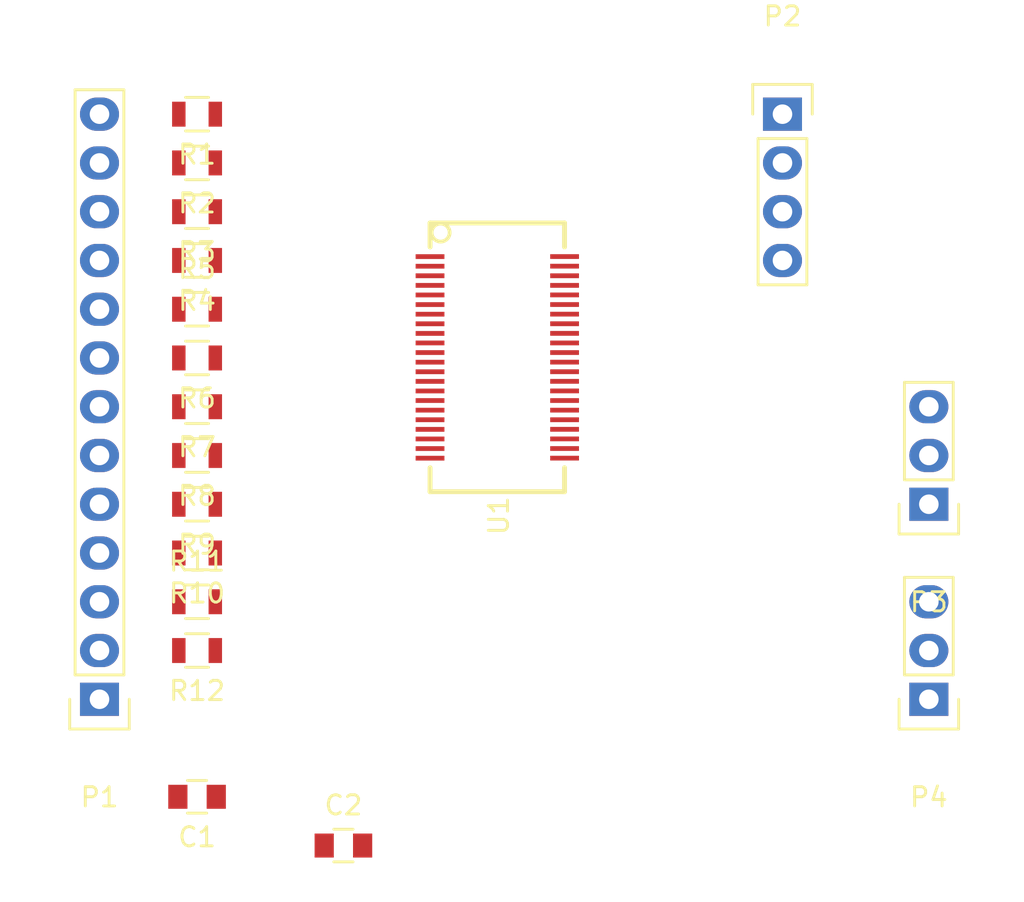
<source format=kicad_pcb>
(kicad_pcb (version 4) (host pcbnew 4.0.4-stable)

  (general
    (links 58)
    (no_connects 58)
    (area 172.619999 70.585 223.086667 114.935)
    (thickness 1.6)
    (drawings 1)
    (tracks 0)
    (zones 0)
    (modules 19)
    (nets 34)
  )

  (page A4)
  (layers
    (0 F.Cu signal)
    (31 B.Cu signal)
    (32 B.Adhes user)
    (33 F.Adhes user)
    (34 B.Paste user)
    (35 F.Paste user)
    (36 B.SilkS user)
    (37 F.SilkS user)
    (38 B.Mask user)
    (39 F.Mask user)
    (40 Dwgs.User user)
    (41 Cmts.User user)
    (42 Eco1.User user)
    (43 Eco2.User user)
    (44 Edge.Cuts user)
    (45 Margin user)
    (46 B.CrtYd user)
    (47 F.CrtYd user)
    (48 B.Fab user)
    (49 F.Fab user)
  )

  (setup
    (last_trace_width 0.25)
    (trace_clearance 0.2)
    (zone_clearance 0.508)
    (zone_45_only no)
    (trace_min 0.2)
    (segment_width 0.2)
    (edge_width 0.1)
    (via_size 0.6)
    (via_drill 0.4)
    (via_min_size 0.4)
    (via_min_drill 0.3)
    (uvia_size 0.3)
    (uvia_drill 0.1)
    (uvias_allowed no)
    (uvia_min_size 0.2)
    (uvia_min_drill 0.1)
    (pcb_text_width 0.3)
    (pcb_text_size 1.5 1.5)
    (mod_edge_width 0.15)
    (mod_text_size 1 1)
    (mod_text_width 0.15)
    (pad_size 1.5 1.5)
    (pad_drill 0.6)
    (pad_to_mask_clearance 0)
    (aux_axis_origin 0 0)
    (visible_elements FFFCEF7F)
    (pcbplotparams
      (layerselection 0x00030_80000001)
      (usegerberextensions false)
      (excludeedgelayer true)
      (linewidth 0.100000)
      (plotframeref false)
      (viasonmask false)
      (mode 1)
      (useauxorigin false)
      (hpglpennumber 1)
      (hpglpenspeed 20)
      (hpglpendiameter 15)
      (hpglpenoverlay 2)
      (psnegative false)
      (psa4output false)
      (plotreference true)
      (plotvalue true)
      (plotinvisibletext false)
      (padsonsilk false)
      (subtractmaskfromsilk false)
      (outputformat 1)
      (mirror false)
      (drillshape 1)
      (scaleselection 1)
      (outputdirectory ""))
  )

  (net 0 "")
  (net 1 /Vref)
  (net 2 GND)
  (net 3 "Net-(C2-Pad1)")
  (net 4 "Net-(P1-Pad2)")
  (net 5 "Net-(P1-Pad3)")
  (net 6 "Net-(P1-Pad4)")
  (net 7 "Net-(P1-Pad5)")
  (net 8 "Net-(P1-Pad6)")
  (net 9 "Net-(P1-Pad7)")
  (net 10 "Net-(P1-Pad8)")
  (net 11 "Net-(P1-Pad9)")
  (net 12 "Net-(P1-Pad10)")
  (net 13 "Net-(P1-Pad11)")
  (net 14 "Net-(P1-Pad12)")
  (net 15 "Net-(P1-Pad13)")
  (net 16 "Net-(P2-Pad1)")
  (net 17 "Net-(P2-Pad2)")
  (net 18 "Net-(P2-Pad3)")
  (net 19 "Net-(P2-Pad4)")
  (net 20 /Vtemp1)
  (net 21 /Vtemp2)
  (net 22 "Net-(R1-Pad1)")
  (net 23 "Net-(R2-Pad1)")
  (net 24 "Net-(R3-Pad1)")
  (net 25 "Net-(R4-Pad1)")
  (net 26 "Net-(R5-Pad1)")
  (net 27 "Net-(R6-Pad1)")
  (net 28 "Net-(R7-Pad1)")
  (net 29 "Net-(R8-Pad1)")
  (net 30 "Net-(R9-Pad1)")
  (net 31 "Net-(R10-Pad1)")
  (net 32 "Net-(R11-Pad1)")
  (net 33 "Net-(R12-Pad1)")

  (net_class Default "This is the default net class."
    (clearance 0.2)
    (trace_width 0.25)
    (via_dia 0.6)
    (via_drill 0.4)
    (uvia_dia 0.3)
    (uvia_drill 0.1)
    (add_net /Vref)
    (add_net /Vtemp1)
    (add_net /Vtemp2)
    (add_net GND)
    (add_net "Net-(C2-Pad1)")
    (add_net "Net-(P1-Pad10)")
    (add_net "Net-(P1-Pad11)")
    (add_net "Net-(P1-Pad12)")
    (add_net "Net-(P1-Pad13)")
    (add_net "Net-(P1-Pad2)")
    (add_net "Net-(P1-Pad3)")
    (add_net "Net-(P1-Pad4)")
    (add_net "Net-(P1-Pad5)")
    (add_net "Net-(P1-Pad6)")
    (add_net "Net-(P1-Pad7)")
    (add_net "Net-(P1-Pad8)")
    (add_net "Net-(P1-Pad9)")
    (add_net "Net-(P2-Pad1)")
    (add_net "Net-(P2-Pad2)")
    (add_net "Net-(P2-Pad3)")
    (add_net "Net-(P2-Pad4)")
    (add_net "Net-(R1-Pad1)")
    (add_net "Net-(R10-Pad1)")
    (add_net "Net-(R11-Pad1)")
    (add_net "Net-(R12-Pad1)")
    (add_net "Net-(R2-Pad1)")
    (add_net "Net-(R3-Pad1)")
    (add_net "Net-(R4-Pad1)")
    (add_net "Net-(R5-Pad1)")
    (add_net "Net-(R6-Pad1)")
    (add_net "Net-(R7-Pad1)")
    (add_net "Net-(R8-Pad1)")
    (add_net "Net-(R9-Pad1)")
  )

  (module Capacitors_SMD:C_0805 (layer F.Cu) (tedit 5415D6EA) (tstamp 585710CD)
    (at 182.88 109.22 180)
    (descr "Capacitor SMD 0805, reflow soldering, AVX (see smccp.pdf)")
    (tags "capacitor 0805")
    (path /58572608)
    (attr smd)
    (fp_text reference C1 (at 0 -2.1 180) (layer F.SilkS)
      (effects (font (size 1 1) (thickness 0.15)))
    )
    (fp_text value C (at 0 2.1 180) (layer F.Fab)
      (effects (font (size 1 1) (thickness 0.15)))
    )
    (fp_line (start -1 0.625) (end -1 -0.625) (layer F.Fab) (width 0.15))
    (fp_line (start 1 0.625) (end -1 0.625) (layer F.Fab) (width 0.15))
    (fp_line (start 1 -0.625) (end 1 0.625) (layer F.Fab) (width 0.15))
    (fp_line (start -1 -0.625) (end 1 -0.625) (layer F.Fab) (width 0.15))
    (fp_line (start -1.8 -1) (end 1.8 -1) (layer F.CrtYd) (width 0.05))
    (fp_line (start -1.8 1) (end 1.8 1) (layer F.CrtYd) (width 0.05))
    (fp_line (start -1.8 -1) (end -1.8 1) (layer F.CrtYd) (width 0.05))
    (fp_line (start 1.8 -1) (end 1.8 1) (layer F.CrtYd) (width 0.05))
    (fp_line (start 0.5 -0.85) (end -0.5 -0.85) (layer F.SilkS) (width 0.15))
    (fp_line (start -0.5 0.85) (end 0.5 0.85) (layer F.SilkS) (width 0.15))
    (pad 1 smd rect (at -1 0 180) (size 1 1.25) (layers F.Cu F.Paste F.Mask)
      (net 1 /Vref))
    (pad 2 smd rect (at 1 0 180) (size 1 1.25) (layers F.Cu F.Paste F.Mask)
      (net 2 GND))
    (model Capacitors_SMD.3dshapes/C_0805.wrl
      (at (xyz 0 0 0))
      (scale (xyz 1 1 1))
      (rotate (xyz 0 0 0))
    )
  )

  (module Capacitors_SMD:C_0805 (layer F.Cu) (tedit 5415D6EA) (tstamp 585710D3)
    (at 190.5 111.76)
    (descr "Capacitor SMD 0805, reflow soldering, AVX (see smccp.pdf)")
    (tags "capacitor 0805")
    (path /585724B7)
    (attr smd)
    (fp_text reference C2 (at 0 -2.1) (layer F.SilkS)
      (effects (font (size 1 1) (thickness 0.15)))
    )
    (fp_text value C (at 0 2.1) (layer F.Fab)
      (effects (font (size 1 1) (thickness 0.15)))
    )
    (fp_line (start -1 0.625) (end -1 -0.625) (layer F.Fab) (width 0.15))
    (fp_line (start 1 0.625) (end -1 0.625) (layer F.Fab) (width 0.15))
    (fp_line (start 1 -0.625) (end 1 0.625) (layer F.Fab) (width 0.15))
    (fp_line (start -1 -0.625) (end 1 -0.625) (layer F.Fab) (width 0.15))
    (fp_line (start -1.8 -1) (end 1.8 -1) (layer F.CrtYd) (width 0.05))
    (fp_line (start -1.8 1) (end 1.8 1) (layer F.CrtYd) (width 0.05))
    (fp_line (start -1.8 -1) (end -1.8 1) (layer F.CrtYd) (width 0.05))
    (fp_line (start 1.8 -1) (end 1.8 1) (layer F.CrtYd) (width 0.05))
    (fp_line (start 0.5 -0.85) (end -0.5 -0.85) (layer F.SilkS) (width 0.15))
    (fp_line (start -0.5 0.85) (end 0.5 0.85) (layer F.SilkS) (width 0.15))
    (pad 1 smd rect (at -1 0) (size 1 1.25) (layers F.Cu F.Paste F.Mask)
      (net 3 "Net-(C2-Pad1)"))
    (pad 2 smd rect (at 1 0) (size 1 1.25) (layers F.Cu F.Paste F.Mask)
      (net 2 GND))
    (model Capacitors_SMD.3dshapes/C_0805.wrl
      (at (xyz 0 0 0))
      (scale (xyz 1 1 1))
      (rotate (xyz 0 0 0))
    )
  )

  (module Pin_Headers:Pin_Header_Straight_1x13 (layer F.Cu) (tedit 0) (tstamp 585710E4)
    (at 177.8 104.14 180)
    (descr "Through hole pin header")
    (tags "pin header")
    (path /5857107C)
    (fp_text reference P1 (at 0 -5.1 180) (layer F.SilkS)
      (effects (font (size 1 1) (thickness 0.15)))
    )
    (fp_text value CONN_01X13 (at 0 -3.1 180) (layer F.Fab)
      (effects (font (size 1 1) (thickness 0.15)))
    )
    (fp_line (start -1.75 -1.75) (end -1.75 32.25) (layer F.CrtYd) (width 0.05))
    (fp_line (start 1.75 -1.75) (end 1.75 32.25) (layer F.CrtYd) (width 0.05))
    (fp_line (start -1.75 -1.75) (end 1.75 -1.75) (layer F.CrtYd) (width 0.05))
    (fp_line (start -1.75 32.25) (end 1.75 32.25) (layer F.CrtYd) (width 0.05))
    (fp_line (start -1.27 1.27) (end -1.27 31.75) (layer F.SilkS) (width 0.15))
    (fp_line (start -1.27 31.75) (end 1.27 31.75) (layer F.SilkS) (width 0.15))
    (fp_line (start 1.27 31.75) (end 1.27 1.27) (layer F.SilkS) (width 0.15))
    (fp_line (start 1.55 -1.55) (end 1.55 0) (layer F.SilkS) (width 0.15))
    (fp_line (start 1.27 1.27) (end -1.27 1.27) (layer F.SilkS) (width 0.15))
    (fp_line (start -1.55 0) (end -1.55 -1.55) (layer F.SilkS) (width 0.15))
    (fp_line (start -1.55 -1.55) (end 1.55 -1.55) (layer F.SilkS) (width 0.15))
    (pad 1 thru_hole rect (at 0 0 180) (size 2.032 1.7272) (drill 1.016) (layers *.Cu *.Mask)
      (net 2 GND))
    (pad 2 thru_hole oval (at 0 2.54 180) (size 2.032 1.7272) (drill 1.016) (layers *.Cu *.Mask)
      (net 4 "Net-(P1-Pad2)"))
    (pad 3 thru_hole oval (at 0 5.08 180) (size 2.032 1.7272) (drill 1.016) (layers *.Cu *.Mask)
      (net 5 "Net-(P1-Pad3)"))
    (pad 4 thru_hole oval (at 0 7.62 180) (size 2.032 1.7272) (drill 1.016) (layers *.Cu *.Mask)
      (net 6 "Net-(P1-Pad4)"))
    (pad 5 thru_hole oval (at 0 10.16 180) (size 2.032 1.7272) (drill 1.016) (layers *.Cu *.Mask)
      (net 7 "Net-(P1-Pad5)"))
    (pad 6 thru_hole oval (at 0 12.7 180) (size 2.032 1.7272) (drill 1.016) (layers *.Cu *.Mask)
      (net 8 "Net-(P1-Pad6)"))
    (pad 7 thru_hole oval (at 0 15.24 180) (size 2.032 1.7272) (drill 1.016) (layers *.Cu *.Mask)
      (net 9 "Net-(P1-Pad7)"))
    (pad 8 thru_hole oval (at 0 17.78 180) (size 2.032 1.7272) (drill 1.016) (layers *.Cu *.Mask)
      (net 10 "Net-(P1-Pad8)"))
    (pad 9 thru_hole oval (at 0 20.32 180) (size 2.032 1.7272) (drill 1.016) (layers *.Cu *.Mask)
      (net 11 "Net-(P1-Pad9)"))
    (pad 10 thru_hole oval (at 0 22.86 180) (size 2.032 1.7272) (drill 1.016) (layers *.Cu *.Mask)
      (net 12 "Net-(P1-Pad10)"))
    (pad 11 thru_hole oval (at 0 25.4 180) (size 2.032 1.7272) (drill 1.016) (layers *.Cu *.Mask)
      (net 13 "Net-(P1-Pad11)"))
    (pad 12 thru_hole oval (at 0 27.94 180) (size 2.032 1.7272) (drill 1.016) (layers *.Cu *.Mask)
      (net 14 "Net-(P1-Pad12)"))
    (pad 13 thru_hole oval (at 0 30.48 180) (size 2.032 1.7272) (drill 1.016) (layers *.Cu *.Mask)
      (net 15 "Net-(P1-Pad13)"))
    (model Pin_Headers.3dshapes/Pin_Header_Straight_1x13.wrl
      (at (xyz 0 -0.6 0))
      (scale (xyz 1 1 1))
      (rotate (xyz 0 0 90))
    )
  )

  (module Pin_Headers:Pin_Header_Straight_1x04 (layer F.Cu) (tedit 0) (tstamp 585710EC)
    (at 213.36 73.66)
    (descr "Through hole pin header")
    (tags "pin header")
    (path /5857469C)
    (fp_text reference P2 (at 0 -5.1) (layer F.SilkS)
      (effects (font (size 1 1) (thickness 0.15)))
    )
    (fp_text value CONN_01X04 (at 0 -3.1) (layer F.Fab)
      (effects (font (size 1 1) (thickness 0.15)))
    )
    (fp_line (start -1.75 -1.75) (end -1.75 9.4) (layer F.CrtYd) (width 0.05))
    (fp_line (start 1.75 -1.75) (end 1.75 9.4) (layer F.CrtYd) (width 0.05))
    (fp_line (start -1.75 -1.75) (end 1.75 -1.75) (layer F.CrtYd) (width 0.05))
    (fp_line (start -1.75 9.4) (end 1.75 9.4) (layer F.CrtYd) (width 0.05))
    (fp_line (start -1.27 1.27) (end -1.27 8.89) (layer F.SilkS) (width 0.15))
    (fp_line (start 1.27 1.27) (end 1.27 8.89) (layer F.SilkS) (width 0.15))
    (fp_line (start 1.55 -1.55) (end 1.55 0) (layer F.SilkS) (width 0.15))
    (fp_line (start -1.27 8.89) (end 1.27 8.89) (layer F.SilkS) (width 0.15))
    (fp_line (start 1.27 1.27) (end -1.27 1.27) (layer F.SilkS) (width 0.15))
    (fp_line (start -1.55 0) (end -1.55 -1.55) (layer F.SilkS) (width 0.15))
    (fp_line (start -1.55 -1.55) (end 1.55 -1.55) (layer F.SilkS) (width 0.15))
    (pad 1 thru_hole rect (at 0 0) (size 2.032 1.7272) (drill 1.016) (layers *.Cu *.Mask)
      (net 16 "Net-(P2-Pad1)"))
    (pad 2 thru_hole oval (at 0 2.54) (size 2.032 1.7272) (drill 1.016) (layers *.Cu *.Mask)
      (net 17 "Net-(P2-Pad2)"))
    (pad 3 thru_hole oval (at 0 5.08) (size 2.032 1.7272) (drill 1.016) (layers *.Cu *.Mask)
      (net 18 "Net-(P2-Pad3)"))
    (pad 4 thru_hole oval (at 0 7.62) (size 2.032 1.7272) (drill 1.016) (layers *.Cu *.Mask)
      (net 19 "Net-(P2-Pad4)"))
    (model Pin_Headers.3dshapes/Pin_Header_Straight_1x04.wrl
      (at (xyz 0 -0.15 0))
      (scale (xyz 1 1 1))
      (rotate (xyz 0 0 90))
    )
  )

  (module Pin_Headers:Pin_Header_Straight_1x03 (layer F.Cu) (tedit 0) (tstamp 585710F3)
    (at 220.98 93.98 180)
    (descr "Through hole pin header")
    (tags "pin header")
    (path /58573CF0)
    (fp_text reference P3 (at 0 -5.1 180) (layer F.SilkS)
      (effects (font (size 1 1) (thickness 0.15)))
    )
    (fp_text value CONN_01X03 (at 0 -3.1 180) (layer F.Fab)
      (effects (font (size 1 1) (thickness 0.15)))
    )
    (fp_line (start -1.75 -1.75) (end -1.75 6.85) (layer F.CrtYd) (width 0.05))
    (fp_line (start 1.75 -1.75) (end 1.75 6.85) (layer F.CrtYd) (width 0.05))
    (fp_line (start -1.75 -1.75) (end 1.75 -1.75) (layer F.CrtYd) (width 0.05))
    (fp_line (start -1.75 6.85) (end 1.75 6.85) (layer F.CrtYd) (width 0.05))
    (fp_line (start -1.27 1.27) (end -1.27 6.35) (layer F.SilkS) (width 0.15))
    (fp_line (start -1.27 6.35) (end 1.27 6.35) (layer F.SilkS) (width 0.15))
    (fp_line (start 1.27 6.35) (end 1.27 1.27) (layer F.SilkS) (width 0.15))
    (fp_line (start 1.55 -1.55) (end 1.55 0) (layer F.SilkS) (width 0.15))
    (fp_line (start 1.27 1.27) (end -1.27 1.27) (layer F.SilkS) (width 0.15))
    (fp_line (start -1.55 0) (end -1.55 -1.55) (layer F.SilkS) (width 0.15))
    (fp_line (start -1.55 -1.55) (end 1.55 -1.55) (layer F.SilkS) (width 0.15))
    (pad 1 thru_hole rect (at 0 0 180) (size 2.032 1.7272) (drill 1.016) (layers *.Cu *.Mask)
      (net 2 GND))
    (pad 2 thru_hole oval (at 0 2.54 180) (size 2.032 1.7272) (drill 1.016) (layers *.Cu *.Mask)
      (net 1 /Vref))
    (pad 3 thru_hole oval (at 0 5.08 180) (size 2.032 1.7272) (drill 1.016) (layers *.Cu *.Mask)
      (net 20 /Vtemp1))
    (model Pin_Headers.3dshapes/Pin_Header_Straight_1x03.wrl
      (at (xyz 0 -0.1 0))
      (scale (xyz 1 1 1))
      (rotate (xyz 0 0 90))
    )
  )

  (module Pin_Headers:Pin_Header_Straight_1x03 (layer F.Cu) (tedit 0) (tstamp 585710FA)
    (at 220.98 104.14 180)
    (descr "Through hole pin header")
    (tags "pin header")
    (path /58573072)
    (fp_text reference P4 (at 0 -5.1 180) (layer F.SilkS)
      (effects (font (size 1 1) (thickness 0.15)))
    )
    (fp_text value CONN_01X03 (at 0 -3.1 180) (layer F.Fab)
      (effects (font (size 1 1) (thickness 0.15)))
    )
    (fp_line (start -1.75 -1.75) (end -1.75 6.85) (layer F.CrtYd) (width 0.05))
    (fp_line (start 1.75 -1.75) (end 1.75 6.85) (layer F.CrtYd) (width 0.05))
    (fp_line (start -1.75 -1.75) (end 1.75 -1.75) (layer F.CrtYd) (width 0.05))
    (fp_line (start -1.75 6.85) (end 1.75 6.85) (layer F.CrtYd) (width 0.05))
    (fp_line (start -1.27 1.27) (end -1.27 6.35) (layer F.SilkS) (width 0.15))
    (fp_line (start -1.27 6.35) (end 1.27 6.35) (layer F.SilkS) (width 0.15))
    (fp_line (start 1.27 6.35) (end 1.27 1.27) (layer F.SilkS) (width 0.15))
    (fp_line (start 1.55 -1.55) (end 1.55 0) (layer F.SilkS) (width 0.15))
    (fp_line (start 1.27 1.27) (end -1.27 1.27) (layer F.SilkS) (width 0.15))
    (fp_line (start -1.55 0) (end -1.55 -1.55) (layer F.SilkS) (width 0.15))
    (fp_line (start -1.55 -1.55) (end 1.55 -1.55) (layer F.SilkS) (width 0.15))
    (pad 1 thru_hole rect (at 0 0 180) (size 2.032 1.7272) (drill 1.016) (layers *.Cu *.Mask)
      (net 2 GND))
    (pad 2 thru_hole oval (at 0 2.54 180) (size 2.032 1.7272) (drill 1.016) (layers *.Cu *.Mask)
      (net 1 /Vref))
    (pad 3 thru_hole oval (at 0 5.08 180) (size 2.032 1.7272) (drill 1.016) (layers *.Cu *.Mask)
      (net 21 /Vtemp2))
    (model Pin_Headers.3dshapes/Pin_Header_Straight_1x03.wrl
      (at (xyz 0 -0.1 0))
      (scale (xyz 1 1 1))
      (rotate (xyz 0 0 90))
    )
  )

  (module Resistors_SMD:R_0805 (layer F.Cu) (tedit 58307B54) (tstamp 58571100)
    (at 182.88 73.66 180)
    (descr "Resistor SMD 0805, reflow soldering, Vishay (see dcrcw.pdf)")
    (tags "resistor 0805")
    (path /5857111D)
    (attr smd)
    (fp_text reference R1 (at 0 -2.1 180) (layer F.SilkS)
      (effects (font (size 1 1) (thickness 0.15)))
    )
    (fp_text value R (at 0 2.1 180) (layer F.Fab)
      (effects (font (size 1 1) (thickness 0.15)))
    )
    (fp_line (start -1 0.625) (end -1 -0.625) (layer F.Fab) (width 0.1))
    (fp_line (start 1 0.625) (end -1 0.625) (layer F.Fab) (width 0.1))
    (fp_line (start 1 -0.625) (end 1 0.625) (layer F.Fab) (width 0.1))
    (fp_line (start -1 -0.625) (end 1 -0.625) (layer F.Fab) (width 0.1))
    (fp_line (start -1.6 -1) (end 1.6 -1) (layer F.CrtYd) (width 0.05))
    (fp_line (start -1.6 1) (end 1.6 1) (layer F.CrtYd) (width 0.05))
    (fp_line (start -1.6 -1) (end -1.6 1) (layer F.CrtYd) (width 0.05))
    (fp_line (start 1.6 -1) (end 1.6 1) (layer F.CrtYd) (width 0.05))
    (fp_line (start 0.6 0.875) (end -0.6 0.875) (layer F.SilkS) (width 0.15))
    (fp_line (start -0.6 -0.875) (end 0.6 -0.875) (layer F.SilkS) (width 0.15))
    (pad 1 smd rect (at -0.95 0 180) (size 0.7 1.3) (layers F.Cu F.Paste F.Mask)
      (net 22 "Net-(R1-Pad1)"))
    (pad 2 smd rect (at 0.95 0 180) (size 0.7 1.3) (layers F.Cu F.Paste F.Mask)
      (net 15 "Net-(P1-Pad13)"))
    (model Resistors_SMD.3dshapes/R_0805.wrl
      (at (xyz 0 0 0))
      (scale (xyz 1 1 1))
      (rotate (xyz 0 0 0))
    )
  )

  (module Resistors_SMD:R_0805 (layer F.Cu) (tedit 58307B54) (tstamp 58571106)
    (at 182.88 76.2 180)
    (descr "Resistor SMD 0805, reflow soldering, Vishay (see dcrcw.pdf)")
    (tags "resistor 0805")
    (path /5857120C)
    (attr smd)
    (fp_text reference R2 (at 0 -2.1 180) (layer F.SilkS)
      (effects (font (size 1 1) (thickness 0.15)))
    )
    (fp_text value R (at 0 2.1 180) (layer F.Fab)
      (effects (font (size 1 1) (thickness 0.15)))
    )
    (fp_line (start -1 0.625) (end -1 -0.625) (layer F.Fab) (width 0.1))
    (fp_line (start 1 0.625) (end -1 0.625) (layer F.Fab) (width 0.1))
    (fp_line (start 1 -0.625) (end 1 0.625) (layer F.Fab) (width 0.1))
    (fp_line (start -1 -0.625) (end 1 -0.625) (layer F.Fab) (width 0.1))
    (fp_line (start -1.6 -1) (end 1.6 -1) (layer F.CrtYd) (width 0.05))
    (fp_line (start -1.6 1) (end 1.6 1) (layer F.CrtYd) (width 0.05))
    (fp_line (start -1.6 -1) (end -1.6 1) (layer F.CrtYd) (width 0.05))
    (fp_line (start 1.6 -1) (end 1.6 1) (layer F.CrtYd) (width 0.05))
    (fp_line (start 0.6 0.875) (end -0.6 0.875) (layer F.SilkS) (width 0.15))
    (fp_line (start -0.6 -0.875) (end 0.6 -0.875) (layer F.SilkS) (width 0.15))
    (pad 1 smd rect (at -0.95 0 180) (size 0.7 1.3) (layers F.Cu F.Paste F.Mask)
      (net 23 "Net-(R2-Pad1)"))
    (pad 2 smd rect (at 0.95 0 180) (size 0.7 1.3) (layers F.Cu F.Paste F.Mask)
      (net 14 "Net-(P1-Pad12)"))
    (model Resistors_SMD.3dshapes/R_0805.wrl
      (at (xyz 0 0 0))
      (scale (xyz 1 1 1))
      (rotate (xyz 0 0 0))
    )
  )

  (module Resistors_SMD:R_0805 (layer F.Cu) (tedit 58307B54) (tstamp 5857110C)
    (at 182.88 78.74 180)
    (descr "Resistor SMD 0805, reflow soldering, Vishay (see dcrcw.pdf)")
    (tags "resistor 0805")
    (path /5857122C)
    (attr smd)
    (fp_text reference R3 (at 0 -2.1 180) (layer F.SilkS)
      (effects (font (size 1 1) (thickness 0.15)))
    )
    (fp_text value R (at 0 2.1 180) (layer F.Fab)
      (effects (font (size 1 1) (thickness 0.15)))
    )
    (fp_line (start -1 0.625) (end -1 -0.625) (layer F.Fab) (width 0.1))
    (fp_line (start 1 0.625) (end -1 0.625) (layer F.Fab) (width 0.1))
    (fp_line (start 1 -0.625) (end 1 0.625) (layer F.Fab) (width 0.1))
    (fp_line (start -1 -0.625) (end 1 -0.625) (layer F.Fab) (width 0.1))
    (fp_line (start -1.6 -1) (end 1.6 -1) (layer F.CrtYd) (width 0.05))
    (fp_line (start -1.6 1) (end 1.6 1) (layer F.CrtYd) (width 0.05))
    (fp_line (start -1.6 -1) (end -1.6 1) (layer F.CrtYd) (width 0.05))
    (fp_line (start 1.6 -1) (end 1.6 1) (layer F.CrtYd) (width 0.05))
    (fp_line (start 0.6 0.875) (end -0.6 0.875) (layer F.SilkS) (width 0.15))
    (fp_line (start -0.6 -0.875) (end 0.6 -0.875) (layer F.SilkS) (width 0.15))
    (pad 1 smd rect (at -0.95 0 180) (size 0.7 1.3) (layers F.Cu F.Paste F.Mask)
      (net 24 "Net-(R3-Pad1)"))
    (pad 2 smd rect (at 0.95 0 180) (size 0.7 1.3) (layers F.Cu F.Paste F.Mask)
      (net 13 "Net-(P1-Pad11)"))
    (model Resistors_SMD.3dshapes/R_0805.wrl
      (at (xyz 0 0 0))
      (scale (xyz 1 1 1))
      (rotate (xyz 0 0 0))
    )
  )

  (module Resistors_SMD:R_0805 (layer F.Cu) (tedit 58307B54) (tstamp 58571112)
    (at 182.88 81.28 180)
    (descr "Resistor SMD 0805, reflow soldering, Vishay (see dcrcw.pdf)")
    (tags "resistor 0805")
    (path /5857124F)
    (attr smd)
    (fp_text reference R4 (at 0 -2.1 180) (layer F.SilkS)
      (effects (font (size 1 1) (thickness 0.15)))
    )
    (fp_text value R (at 0 2.1 180) (layer F.Fab)
      (effects (font (size 1 1) (thickness 0.15)))
    )
    (fp_line (start -1 0.625) (end -1 -0.625) (layer F.Fab) (width 0.1))
    (fp_line (start 1 0.625) (end -1 0.625) (layer F.Fab) (width 0.1))
    (fp_line (start 1 -0.625) (end 1 0.625) (layer F.Fab) (width 0.1))
    (fp_line (start -1 -0.625) (end 1 -0.625) (layer F.Fab) (width 0.1))
    (fp_line (start -1.6 -1) (end 1.6 -1) (layer F.CrtYd) (width 0.05))
    (fp_line (start -1.6 1) (end 1.6 1) (layer F.CrtYd) (width 0.05))
    (fp_line (start -1.6 -1) (end -1.6 1) (layer F.CrtYd) (width 0.05))
    (fp_line (start 1.6 -1) (end 1.6 1) (layer F.CrtYd) (width 0.05))
    (fp_line (start 0.6 0.875) (end -0.6 0.875) (layer F.SilkS) (width 0.15))
    (fp_line (start -0.6 -0.875) (end 0.6 -0.875) (layer F.SilkS) (width 0.15))
    (pad 1 smd rect (at -0.95 0 180) (size 0.7 1.3) (layers F.Cu F.Paste F.Mask)
      (net 25 "Net-(R4-Pad1)"))
    (pad 2 smd rect (at 0.95 0 180) (size 0.7 1.3) (layers F.Cu F.Paste F.Mask)
      (net 12 "Net-(P1-Pad10)"))
    (model Resistors_SMD.3dshapes/R_0805.wrl
      (at (xyz 0 0 0))
      (scale (xyz 1 1 1))
      (rotate (xyz 0 0 0))
    )
  )

  (module Resistors_SMD:R_0805 (layer F.Cu) (tedit 58307B54) (tstamp 58571118)
    (at 182.88 83.82)
    (descr "Resistor SMD 0805, reflow soldering, Vishay (see dcrcw.pdf)")
    (tags "resistor 0805")
    (path /58571291)
    (attr smd)
    (fp_text reference R5 (at 0 -2.1) (layer F.SilkS)
      (effects (font (size 1 1) (thickness 0.15)))
    )
    (fp_text value R (at 0 2.1) (layer F.Fab)
      (effects (font (size 1 1) (thickness 0.15)))
    )
    (fp_line (start -1 0.625) (end -1 -0.625) (layer F.Fab) (width 0.1))
    (fp_line (start 1 0.625) (end -1 0.625) (layer F.Fab) (width 0.1))
    (fp_line (start 1 -0.625) (end 1 0.625) (layer F.Fab) (width 0.1))
    (fp_line (start -1 -0.625) (end 1 -0.625) (layer F.Fab) (width 0.1))
    (fp_line (start -1.6 -1) (end 1.6 -1) (layer F.CrtYd) (width 0.05))
    (fp_line (start -1.6 1) (end 1.6 1) (layer F.CrtYd) (width 0.05))
    (fp_line (start -1.6 -1) (end -1.6 1) (layer F.CrtYd) (width 0.05))
    (fp_line (start 1.6 -1) (end 1.6 1) (layer F.CrtYd) (width 0.05))
    (fp_line (start 0.6 0.875) (end -0.6 0.875) (layer F.SilkS) (width 0.15))
    (fp_line (start -0.6 -0.875) (end 0.6 -0.875) (layer F.SilkS) (width 0.15))
    (pad 1 smd rect (at -0.95 0) (size 0.7 1.3) (layers F.Cu F.Paste F.Mask)
      (net 26 "Net-(R5-Pad1)"))
    (pad 2 smd rect (at 0.95 0) (size 0.7 1.3) (layers F.Cu F.Paste F.Mask)
      (net 11 "Net-(P1-Pad9)"))
    (model Resistors_SMD.3dshapes/R_0805.wrl
      (at (xyz 0 0 0))
      (scale (xyz 1 1 1))
      (rotate (xyz 0 0 0))
    )
  )

  (module Resistors_SMD:R_0805 (layer F.Cu) (tedit 58307B54) (tstamp 5857111E)
    (at 182.88 86.36 180)
    (descr "Resistor SMD 0805, reflow soldering, Vishay (see dcrcw.pdf)")
    (tags "resistor 0805")
    (path /585712BA)
    (attr smd)
    (fp_text reference R6 (at 0 -2.1 180) (layer F.SilkS)
      (effects (font (size 1 1) (thickness 0.15)))
    )
    (fp_text value R (at 0 2.1 180) (layer F.Fab)
      (effects (font (size 1 1) (thickness 0.15)))
    )
    (fp_line (start -1 0.625) (end -1 -0.625) (layer F.Fab) (width 0.1))
    (fp_line (start 1 0.625) (end -1 0.625) (layer F.Fab) (width 0.1))
    (fp_line (start 1 -0.625) (end 1 0.625) (layer F.Fab) (width 0.1))
    (fp_line (start -1 -0.625) (end 1 -0.625) (layer F.Fab) (width 0.1))
    (fp_line (start -1.6 -1) (end 1.6 -1) (layer F.CrtYd) (width 0.05))
    (fp_line (start -1.6 1) (end 1.6 1) (layer F.CrtYd) (width 0.05))
    (fp_line (start -1.6 -1) (end -1.6 1) (layer F.CrtYd) (width 0.05))
    (fp_line (start 1.6 -1) (end 1.6 1) (layer F.CrtYd) (width 0.05))
    (fp_line (start 0.6 0.875) (end -0.6 0.875) (layer F.SilkS) (width 0.15))
    (fp_line (start -0.6 -0.875) (end 0.6 -0.875) (layer F.SilkS) (width 0.15))
    (pad 1 smd rect (at -0.95 0 180) (size 0.7 1.3) (layers F.Cu F.Paste F.Mask)
      (net 27 "Net-(R6-Pad1)"))
    (pad 2 smd rect (at 0.95 0 180) (size 0.7 1.3) (layers F.Cu F.Paste F.Mask)
      (net 10 "Net-(P1-Pad8)"))
    (model Resistors_SMD.3dshapes/R_0805.wrl
      (at (xyz 0 0 0))
      (scale (xyz 1 1 1))
      (rotate (xyz 0 0 0))
    )
  )

  (module Resistors_SMD:R_0805 (layer F.Cu) (tedit 58307B54) (tstamp 58571124)
    (at 182.88 88.9 180)
    (descr "Resistor SMD 0805, reflow soldering, Vishay (see dcrcw.pdf)")
    (tags "resistor 0805")
    (path /585712E6)
    (attr smd)
    (fp_text reference R7 (at 0 -2.1 180) (layer F.SilkS)
      (effects (font (size 1 1) (thickness 0.15)))
    )
    (fp_text value R (at 0 2.1 180) (layer F.Fab)
      (effects (font (size 1 1) (thickness 0.15)))
    )
    (fp_line (start -1 0.625) (end -1 -0.625) (layer F.Fab) (width 0.1))
    (fp_line (start 1 0.625) (end -1 0.625) (layer F.Fab) (width 0.1))
    (fp_line (start 1 -0.625) (end 1 0.625) (layer F.Fab) (width 0.1))
    (fp_line (start -1 -0.625) (end 1 -0.625) (layer F.Fab) (width 0.1))
    (fp_line (start -1.6 -1) (end 1.6 -1) (layer F.CrtYd) (width 0.05))
    (fp_line (start -1.6 1) (end 1.6 1) (layer F.CrtYd) (width 0.05))
    (fp_line (start -1.6 -1) (end -1.6 1) (layer F.CrtYd) (width 0.05))
    (fp_line (start 1.6 -1) (end 1.6 1) (layer F.CrtYd) (width 0.05))
    (fp_line (start 0.6 0.875) (end -0.6 0.875) (layer F.SilkS) (width 0.15))
    (fp_line (start -0.6 -0.875) (end 0.6 -0.875) (layer F.SilkS) (width 0.15))
    (pad 1 smd rect (at -0.95 0 180) (size 0.7 1.3) (layers F.Cu F.Paste F.Mask)
      (net 28 "Net-(R7-Pad1)"))
    (pad 2 smd rect (at 0.95 0 180) (size 0.7 1.3) (layers F.Cu F.Paste F.Mask)
      (net 9 "Net-(P1-Pad7)"))
    (model Resistors_SMD.3dshapes/R_0805.wrl
      (at (xyz 0 0 0))
      (scale (xyz 1 1 1))
      (rotate (xyz 0 0 0))
    )
  )

  (module Resistors_SMD:R_0805 (layer F.Cu) (tedit 58307B54) (tstamp 5857112A)
    (at 182.88 91.44 180)
    (descr "Resistor SMD 0805, reflow soldering, Vishay (see dcrcw.pdf)")
    (tags "resistor 0805")
    (path /58571342)
    (attr smd)
    (fp_text reference R8 (at 0 -2.1 180) (layer F.SilkS)
      (effects (font (size 1 1) (thickness 0.15)))
    )
    (fp_text value R (at 0 2.1 180) (layer F.Fab)
      (effects (font (size 1 1) (thickness 0.15)))
    )
    (fp_line (start -1 0.625) (end -1 -0.625) (layer F.Fab) (width 0.1))
    (fp_line (start 1 0.625) (end -1 0.625) (layer F.Fab) (width 0.1))
    (fp_line (start 1 -0.625) (end 1 0.625) (layer F.Fab) (width 0.1))
    (fp_line (start -1 -0.625) (end 1 -0.625) (layer F.Fab) (width 0.1))
    (fp_line (start -1.6 -1) (end 1.6 -1) (layer F.CrtYd) (width 0.05))
    (fp_line (start -1.6 1) (end 1.6 1) (layer F.CrtYd) (width 0.05))
    (fp_line (start -1.6 -1) (end -1.6 1) (layer F.CrtYd) (width 0.05))
    (fp_line (start 1.6 -1) (end 1.6 1) (layer F.CrtYd) (width 0.05))
    (fp_line (start 0.6 0.875) (end -0.6 0.875) (layer F.SilkS) (width 0.15))
    (fp_line (start -0.6 -0.875) (end 0.6 -0.875) (layer F.SilkS) (width 0.15))
    (pad 1 smd rect (at -0.95 0 180) (size 0.7 1.3) (layers F.Cu F.Paste F.Mask)
      (net 29 "Net-(R8-Pad1)"))
    (pad 2 smd rect (at 0.95 0 180) (size 0.7 1.3) (layers F.Cu F.Paste F.Mask)
      (net 8 "Net-(P1-Pad6)"))
    (model Resistors_SMD.3dshapes/R_0805.wrl
      (at (xyz 0 0 0))
      (scale (xyz 1 1 1))
      (rotate (xyz 0 0 0))
    )
  )

  (module Resistors_SMD:R_0805 (layer F.Cu) (tedit 58307B54) (tstamp 58571130)
    (at 182.88 93.98 180)
    (descr "Resistor SMD 0805, reflow soldering, Vishay (see dcrcw.pdf)")
    (tags "resistor 0805")
    (path /58571378)
    (attr smd)
    (fp_text reference R9 (at 0 -2.1 180) (layer F.SilkS)
      (effects (font (size 1 1) (thickness 0.15)))
    )
    (fp_text value R (at 0 2.1 180) (layer F.Fab)
      (effects (font (size 1 1) (thickness 0.15)))
    )
    (fp_line (start -1 0.625) (end -1 -0.625) (layer F.Fab) (width 0.1))
    (fp_line (start 1 0.625) (end -1 0.625) (layer F.Fab) (width 0.1))
    (fp_line (start 1 -0.625) (end 1 0.625) (layer F.Fab) (width 0.1))
    (fp_line (start -1 -0.625) (end 1 -0.625) (layer F.Fab) (width 0.1))
    (fp_line (start -1.6 -1) (end 1.6 -1) (layer F.CrtYd) (width 0.05))
    (fp_line (start -1.6 1) (end 1.6 1) (layer F.CrtYd) (width 0.05))
    (fp_line (start -1.6 -1) (end -1.6 1) (layer F.CrtYd) (width 0.05))
    (fp_line (start 1.6 -1) (end 1.6 1) (layer F.CrtYd) (width 0.05))
    (fp_line (start 0.6 0.875) (end -0.6 0.875) (layer F.SilkS) (width 0.15))
    (fp_line (start -0.6 -0.875) (end 0.6 -0.875) (layer F.SilkS) (width 0.15))
    (pad 1 smd rect (at -0.95 0 180) (size 0.7 1.3) (layers F.Cu F.Paste F.Mask)
      (net 30 "Net-(R9-Pad1)"))
    (pad 2 smd rect (at 0.95 0 180) (size 0.7 1.3) (layers F.Cu F.Paste F.Mask)
      (net 7 "Net-(P1-Pad5)"))
    (model Resistors_SMD.3dshapes/R_0805.wrl
      (at (xyz 0 0 0))
      (scale (xyz 1 1 1))
      (rotate (xyz 0 0 0))
    )
  )

  (module Resistors_SMD:R_0805 (layer F.Cu) (tedit 58307B54) (tstamp 58571136)
    (at 182.88 96.52 180)
    (descr "Resistor SMD 0805, reflow soldering, Vishay (see dcrcw.pdf)")
    (tags "resistor 0805")
    (path /5857141B)
    (attr smd)
    (fp_text reference R10 (at 0 -2.1 180) (layer F.SilkS)
      (effects (font (size 1 1) (thickness 0.15)))
    )
    (fp_text value R (at 0 2.1 180) (layer F.Fab)
      (effects (font (size 1 1) (thickness 0.15)))
    )
    (fp_line (start -1 0.625) (end -1 -0.625) (layer F.Fab) (width 0.1))
    (fp_line (start 1 0.625) (end -1 0.625) (layer F.Fab) (width 0.1))
    (fp_line (start 1 -0.625) (end 1 0.625) (layer F.Fab) (width 0.1))
    (fp_line (start -1 -0.625) (end 1 -0.625) (layer F.Fab) (width 0.1))
    (fp_line (start -1.6 -1) (end 1.6 -1) (layer F.CrtYd) (width 0.05))
    (fp_line (start -1.6 1) (end 1.6 1) (layer F.CrtYd) (width 0.05))
    (fp_line (start -1.6 -1) (end -1.6 1) (layer F.CrtYd) (width 0.05))
    (fp_line (start 1.6 -1) (end 1.6 1) (layer F.CrtYd) (width 0.05))
    (fp_line (start 0.6 0.875) (end -0.6 0.875) (layer F.SilkS) (width 0.15))
    (fp_line (start -0.6 -0.875) (end 0.6 -0.875) (layer F.SilkS) (width 0.15))
    (pad 1 smd rect (at -0.95 0 180) (size 0.7 1.3) (layers F.Cu F.Paste F.Mask)
      (net 31 "Net-(R10-Pad1)"))
    (pad 2 smd rect (at 0.95 0 180) (size 0.7 1.3) (layers F.Cu F.Paste F.Mask)
      (net 6 "Net-(P1-Pad4)"))
    (model Resistors_SMD.3dshapes/R_0805.wrl
      (at (xyz 0 0 0))
      (scale (xyz 1 1 1))
      (rotate (xyz 0 0 0))
    )
  )

  (module Resistors_SMD:R_0805 (layer F.Cu) (tedit 58307B54) (tstamp 5857113C)
    (at 182.88 99.06)
    (descr "Resistor SMD 0805, reflow soldering, Vishay (see dcrcw.pdf)")
    (tags "resistor 0805")
    (path /58571453)
    (attr smd)
    (fp_text reference R11 (at 0 -2.1) (layer F.SilkS)
      (effects (font (size 1 1) (thickness 0.15)))
    )
    (fp_text value R (at 0 2.1) (layer F.Fab)
      (effects (font (size 1 1) (thickness 0.15)))
    )
    (fp_line (start -1 0.625) (end -1 -0.625) (layer F.Fab) (width 0.1))
    (fp_line (start 1 0.625) (end -1 0.625) (layer F.Fab) (width 0.1))
    (fp_line (start 1 -0.625) (end 1 0.625) (layer F.Fab) (width 0.1))
    (fp_line (start -1 -0.625) (end 1 -0.625) (layer F.Fab) (width 0.1))
    (fp_line (start -1.6 -1) (end 1.6 -1) (layer F.CrtYd) (width 0.05))
    (fp_line (start -1.6 1) (end 1.6 1) (layer F.CrtYd) (width 0.05))
    (fp_line (start -1.6 -1) (end -1.6 1) (layer F.CrtYd) (width 0.05))
    (fp_line (start 1.6 -1) (end 1.6 1) (layer F.CrtYd) (width 0.05))
    (fp_line (start 0.6 0.875) (end -0.6 0.875) (layer F.SilkS) (width 0.15))
    (fp_line (start -0.6 -0.875) (end 0.6 -0.875) (layer F.SilkS) (width 0.15))
    (pad 1 smd rect (at -0.95 0) (size 0.7 1.3) (layers F.Cu F.Paste F.Mask)
      (net 32 "Net-(R11-Pad1)"))
    (pad 2 smd rect (at 0.95 0) (size 0.7 1.3) (layers F.Cu F.Paste F.Mask)
      (net 5 "Net-(P1-Pad3)"))
    (model Resistors_SMD.3dshapes/R_0805.wrl
      (at (xyz 0 0 0))
      (scale (xyz 1 1 1))
      (rotate (xyz 0 0 0))
    )
  )

  (module Resistors_SMD:R_0805 (layer F.Cu) (tedit 58307B54) (tstamp 58571142)
    (at 182.88 101.6 180)
    (descr "Resistor SMD 0805, reflow soldering, Vishay (see dcrcw.pdf)")
    (tags "resistor 0805")
    (path /5857148E)
    (attr smd)
    (fp_text reference R12 (at 0 -2.1 180) (layer F.SilkS)
      (effects (font (size 1 1) (thickness 0.15)))
    )
    (fp_text value R (at 0 2.1 180) (layer F.Fab)
      (effects (font (size 1 1) (thickness 0.15)))
    )
    (fp_line (start -1 0.625) (end -1 -0.625) (layer F.Fab) (width 0.1))
    (fp_line (start 1 0.625) (end -1 0.625) (layer F.Fab) (width 0.1))
    (fp_line (start 1 -0.625) (end 1 0.625) (layer F.Fab) (width 0.1))
    (fp_line (start -1 -0.625) (end 1 -0.625) (layer F.Fab) (width 0.1))
    (fp_line (start -1.6 -1) (end 1.6 -1) (layer F.CrtYd) (width 0.05))
    (fp_line (start -1.6 1) (end 1.6 1) (layer F.CrtYd) (width 0.05))
    (fp_line (start -1.6 -1) (end -1.6 1) (layer F.CrtYd) (width 0.05))
    (fp_line (start 1.6 -1) (end 1.6 1) (layer F.CrtYd) (width 0.05))
    (fp_line (start 0.6 0.875) (end -0.6 0.875) (layer F.SilkS) (width 0.15))
    (fp_line (start -0.6 -0.875) (end 0.6 -0.875) (layer F.SilkS) (width 0.15))
    (pad 1 smd rect (at -0.95 0 180) (size 0.7 1.3) (layers F.Cu F.Paste F.Mask)
      (net 33 "Net-(R12-Pad1)"))
    (pad 2 smd rect (at 0.95 0 180) (size 0.7 1.3) (layers F.Cu F.Paste F.Mask)
      (net 4 "Net-(P1-Pad2)"))
    (model Resistors_SMD.3dshapes/R_0805.wrl
      (at (xyz 0 0 0))
      (scale (xyz 1 1 1))
      (rotate (xyz 0 0 0))
    )
  )

  (module KiCad-Dev:SSOP-44 placed (layer F.Cu) (tedit 5146436F) (tstamp 58571172)
    (at 198.460944 86.341459)
    (path /5857104B)
    (solder_mask_margin 0.0508)
    (fp_text reference U1 (at 0.127 8.235542 270) (layer F.SilkS)
      (effects (font (size 1.00076 1.00076) (thickness 0.14986)))
    )
    (fp_text value LTC6802-2 (at -1.348524 -0.164318 270) (layer F.SilkS) hide
      (effects (font (thickness 0.3048)))
    )
    (fp_line (start 3.551016 5.735542) (end 3.551016 6.985542) (layer F.SilkS) (width 0.254))
    (fp_line (start 3.551016 6.985542) (end -3.448984 6.985542) (layer F.SilkS) (width 0.254))
    (fp_line (start -3.448984 6.985542) (end -3.448984 5.735542) (layer F.SilkS) (width 0.254))
    (fp_line (start 3.551016 -5.764458) (end 3.551016 -7.014458) (layer F.SilkS) (width 0.254))
    (fp_line (start 3.551016 -7.014458) (end -3.448984 -7.014458) (layer F.SilkS) (width 0.254))
    (fp_line (start -3.448984 -7.014458) (end -3.448984 -5.764458) (layer F.SilkS) (width 0.254))
    (fp_circle (center -2.899324 -6.513558) (end -3.148244 -6.114778) (layer F.SilkS) (width 0.19558))
    (pad 1 smd rect (at -3.451644 -5.262098 270) (size 0.24892 1.4986) (layers F.Cu F.Paste F.Mask)
      (net 15 "Net-(P1-Pad13)"))
    (pad 2 smd rect (at -3.451644 -4.761718 270) (size 0.24892 1.4986) (layers F.Cu F.Paste F.Mask)
      (net 15 "Net-(P1-Pad13)"))
    (pad 3 smd rect (at -3.451644 -4.263878 270) (size 0.24892 1.4986) (layers F.Cu F.Paste F.Mask)
      (net 22 "Net-(R1-Pad1)"))
    (pad 4 smd rect (at -3.451644 -3.763498 270) (size 0.24892 1.4986) (layers F.Cu F.Paste F.Mask)
      (net 14 "Net-(P1-Pad12)"))
    (pad 5 smd rect (at -3.451644 -3.263118 270) (size 0.24892 1.4986) (layers F.Cu F.Paste F.Mask)
      (net 23 "Net-(R2-Pad1)"))
    (pad 6 smd rect (at -3.451644 -2.762738 270) (size 0.24892 1.4986) (layers F.Cu F.Paste F.Mask)
      (net 13 "Net-(P1-Pad11)"))
    (pad 7 smd rect (at -3.451644 -2.262358 270) (size 0.24892 1.4986) (layers F.Cu F.Paste F.Mask)
      (net 24 "Net-(R3-Pad1)"))
    (pad 8 smd rect (at -3.451644 -1.761978 270) (size 0.24892 1.4986) (layers F.Cu F.Paste F.Mask)
      (net 12 "Net-(P1-Pad10)"))
    (pad 9 smd rect (at -3.451644 -1.261598 270) (size 0.24892 1.4986) (layers F.Cu F.Paste F.Mask)
      (net 25 "Net-(R4-Pad1)"))
    (pad 10 smd rect (at -3.451644 -0.763758 270) (size 0.24892 1.4986) (layers F.Cu F.Paste F.Mask)
      (net 11 "Net-(P1-Pad9)"))
    (pad 11 smd rect (at -3.451644 -0.263378 270) (size 0.24892 1.4986) (layers F.Cu F.Paste F.Mask)
      (net 26 "Net-(R5-Pad1)"))
    (pad 12 smd rect (at -3.451644 0.237002 270) (size 0.24892 1.4986) (layers F.Cu F.Paste F.Mask)
      (net 10 "Net-(P1-Pad8)"))
    (pad 13 smd rect (at -3.451644 0.737382 270) (size 0.24892 1.4986) (layers F.Cu F.Paste F.Mask)
      (net 27 "Net-(R6-Pad1)"))
    (pad 14 smd rect (at -3.451644 1.237762 270) (size 0.24892 1.4986) (layers F.Cu F.Paste F.Mask)
      (net 9 "Net-(P1-Pad7)"))
    (pad 15 smd rect (at -3.451644 1.738142 270) (size 0.24892 1.4986) (layers F.Cu F.Paste F.Mask)
      (net 28 "Net-(R7-Pad1)"))
    (pad 16 smd rect (at -3.451644 2.235982 270) (size 0.24892 1.4986) (layers F.Cu F.Paste F.Mask)
      (net 8 "Net-(P1-Pad6)"))
    (pad 17 smd rect (at -3.451644 2.736362 270) (size 0.24892 1.4986) (layers F.Cu F.Paste F.Mask)
      (net 29 "Net-(R8-Pad1)"))
    (pad 18 smd rect (at -3.451644 3.236742 270) (size 0.24892 1.4986) (layers F.Cu F.Paste F.Mask)
      (net 7 "Net-(P1-Pad5)"))
    (pad 19 smd rect (at -3.451644 3.737122 270) (size 0.24892 1.4986) (layers F.Cu F.Paste F.Mask)
      (net 30 "Net-(R9-Pad1)"))
    (pad 20 smd rect (at -3.451644 4.237502 270) (size 0.24892 1.4986) (layers F.Cu F.Paste F.Mask)
      (net 6 "Net-(P1-Pad4)"))
    (pad 21 smd rect (at -3.451644 4.737882 270) (size 0.24892 1.4986) (layers F.Cu F.Paste F.Mask)
      (net 31 "Net-(R10-Pad1)"))
    (pad 22 smd rect (at -3.451644 5.238262 270) (size 0.24892 1.4986) (layers F.Cu F.Paste F.Mask)
      (net 5 "Net-(P1-Pad3)"))
    (pad 23 smd rect (at 3.553676 5.235722 270) (size 0.24892 1.4986) (layers F.Cu F.Paste F.Mask)
      (net 32 "Net-(R11-Pad1)"))
    (pad 24 smd rect (at 3.553676 4.735342 270) (size 0.24892 1.4986) (layers F.Cu F.Paste F.Mask)
      (net 4 "Net-(P1-Pad2)"))
    (pad 25 smd rect (at 3.553676 4.234962 270) (size 0.24892 1.4986) (layers F.Cu F.Paste F.Mask)
      (net 33 "Net-(R12-Pad1)"))
    (pad 26 smd rect (at 3.553676 3.734582 270) (size 0.24892 1.4986) (layers F.Cu F.Paste F.Mask)
      (net 2 GND))
    (pad 27 smd rect (at 3.553676 3.236742 270) (size 0.24892 1.4986) (layers F.Cu F.Paste F.Mask))
    (pad 28 smd rect (at 3.553676 2.736362 270) (size 0.24892 1.4986) (layers F.Cu F.Paste F.Mask)
      (net 20 /Vtemp1))
    (pad 29 smd rect (at 3.553676 2.235982 270) (size 0.24892 1.4986) (layers F.Cu F.Paste F.Mask)
      (net 21 /Vtemp2))
    (pad 30 smd rect (at 3.553676 1.735602 270) (size 0.24892 1.4986) (layers F.Cu F.Paste F.Mask)
      (net 1 /Vref))
    (pad 31 smd rect (at 3.553676 1.235222 270) (size 0.24892 1.4986) (layers F.Cu F.Paste F.Mask)
      (net 3 "Net-(C2-Pad1)"))
    (pad 32 smd rect (at 3.553676 0.734842 270) (size 0.24892 1.4986) (layers F.Cu F.Paste F.Mask)
      (net 2 GND))
    (pad 33 smd rect (at 3.553676 0.234462 270) (size 0.24892 1.4986) (layers F.Cu F.Paste F.Mask)
      (net 3 "Net-(C2-Pad1)"))
    (pad 34 smd rect (at 3.553676 -0.263378 270) (size 0.24892 1.4986) (layers F.Cu F.Paste F.Mask))
    (pad 35 smd rect (at 3.553676 -0.763758 270) (size 0.24892 1.4986) (layers F.Cu F.Paste F.Mask))
    (pad 36 smd rect (at 3.553676 -1.264138 270) (size 0.24892 1.4986) (layers F.Cu F.Paste F.Mask))
    (pad 37 smd rect (at 3.553676 -1.764518 270) (size 0.24892 1.4986) (layers F.Cu F.Paste F.Mask)
      (net 2 GND))
    (pad 38 smd rect (at 3.553676 -2.264898 270) (size 0.24892 1.4986) (layers F.Cu F.Paste F.Mask)
      (net 2 GND))
    (pad 39 smd rect (at 3.553676 -2.765278 270) (size 0.24892 1.4986) (layers F.Cu F.Paste F.Mask)
      (net 2 GND))
    (pad 40 smd rect (at 3.553676 -3.265658 270) (size 0.24892 1.4986) (layers F.Cu F.Paste F.Mask)
      (net 2 GND))
    (pad 41 smd rect (at 3.553676 -3.763498 270) (size 0.24892 1.4986) (layers F.Cu F.Paste F.Mask)
      (net 19 "Net-(P2-Pad4)"))
    (pad 42 smd rect (at 3.553676 -4.263878 270) (size 0.24892 1.4986) (layers F.Cu F.Paste F.Mask)
      (net 18 "Net-(P2-Pad3)"))
    (pad 43 smd rect (at 3.553676 -4.764258 270) (size 0.24892 1.4986) (layers F.Cu F.Paste F.Mask)
      (net 17 "Net-(P2-Pad2)"))
    (pad 44 smd rect (at 3.553676 -5.264638 270) (size 0.24892 1.4986) (layers F.Cu F.Paste F.Mask)
      (net 16 "Net-(P2-Pad1)"))
    (model Housings_SSOP.3dshapes/TSSOP-48_6.1x12.5mm_Pitch0.5mm.wrl
      (at (xyz 0 0 0))
      (scale (xyz 1 1 1))
      (rotate (xyz 0 0 0))
    )
  )

  (gr_line (start 172.72 71.12) (end 172.72 106.68) (layer Dwgs.User) (width 0.2))

)

</source>
